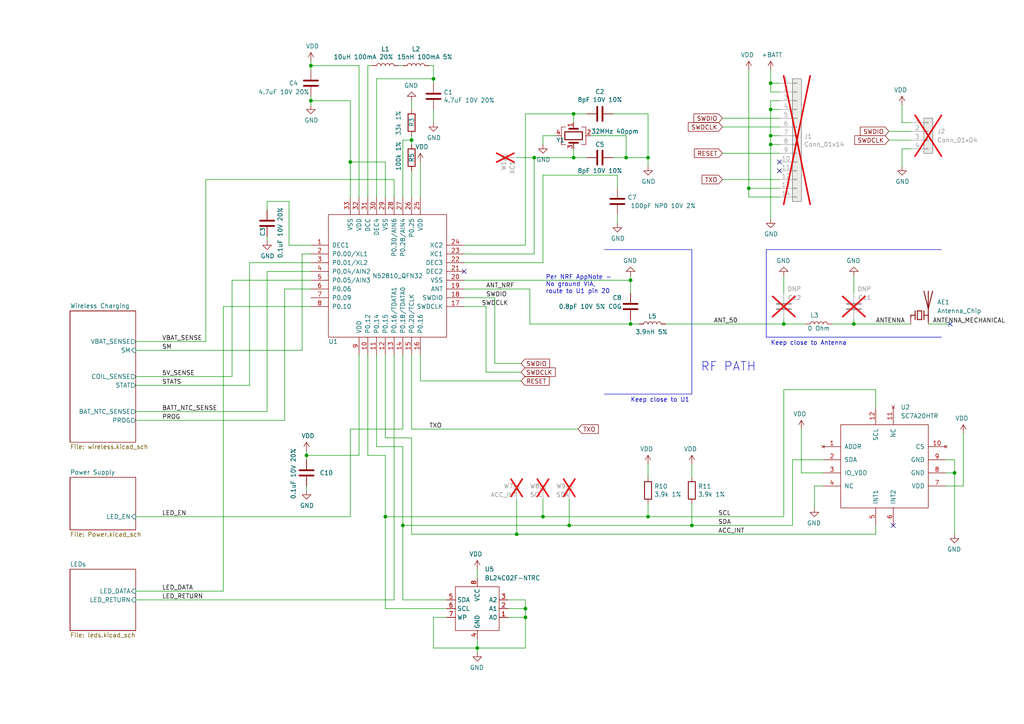
<source format=kicad_sch>
(kicad_sch (version 20250114) (generator "eeschema") (generator_version "9.0")
  (paper "A4")
  (title_block (title "Pixels D20 Schematic, Main") (date "2022-08-26") (rev "13") (company "Systemic Games, LLC") (comment 1 "Main MCU, Accelerometer and Radio"))
  (lib_symbols
    (symbol "Connector_Generic:Conn_01x04" (pin_names (offset 1.016) (hide yes))
      (property "Reference" "J" (at 0 5.08 0))
      (property "Value" "Conn_01x04" (at 0 -7.62 0))
      (symbol "Conn_01x04_1_1"
        (rectangle (start -1.27 3.81) (end 1.27 -6.35) (stroke (width 0.254)) (fill (type background)))
        (rectangle (start -1.27 2.667) (end 0 2.413) (stroke (width 0.1524)))
        (rectangle (start -1.27 0.127) (end 0 -0.127) (stroke (width 0.1524)))
        (rectangle (start -1.27 -2.413) (end 0 -2.667) (stroke (width 0.1524)))
        (rectangle (start -1.27 -4.953) (end 0 -5.207) (stroke (width 0.1524)))
        (pin passive line (at -5.08 2.54 0) (length 3.81) (name "Pin_1") (number "1"))
        (pin passive line (at -5.08 0 0) (length 3.81) (name "Pin_2") (number "2"))
        (pin passive line (at -5.08 -2.54 0) (length 3.81) (name "Pin_3") (number "3"))
        (pin passive line (at -5.08 -5.08 0) (length 3.81) (name "Pin_4") (number "4"))
      )
    )
    (symbol "Connector_Generic:Conn_01x14" (pin_names (offset 1.016) (hide yes))
      (property "Reference" "J" (at 0 17.78 0))
      (property "Value" "Conn_01x14" (at 0 -20.32 0))
      (symbol "Conn_01x14_1_1"
        (rectangle (start -1.27 16.51) (end 1.27 -19.05) (stroke (width 0.254)) (fill (type background)))
        (rectangle (start -1.27 15.367) (end 0 15.113) (stroke (width 0.1524)))
        (rectangle (start -1.27 12.827) (end 0 12.573) (stroke (width 0.1524)))
        (rectangle (start -1.27 10.287) (end 0 10.033) (stroke (width 0.1524)))
        (rectangle (start -1.27 7.747) (end 0 7.493) (stroke (width 0.1524)))
        (rectangle (start -1.27 5.207) (end 0 4.953) (stroke (width 0.1524)))
        (rectangle (start -1.27 2.667) (end 0 2.413) (stroke (width 0.1524)))
        (rectangle (start -1.27 0.127) (end 0 -0.127) (stroke (width 0.1524)))
        (rectangle (start -1.27 -2.413) (end 0 -2.667) (stroke (width 0.1524)))
        (rectangle (start -1.27 -4.953) (end 0 -5.207) (stroke (width 0.1524)))
        (rectangle (start -1.27 -7.493) (end 0 -7.747) (stroke (width 0.1524)))
        (rectangle (start -1.27 -10.033) (end 0 -10.287) (stroke (width 0.1524)))
        (rectangle (start -1.27 -12.573) (end 0 -12.827) (stroke (width 0.1524)))
        (rectangle (start -1.27 -15.113) (end 0 -15.367) (stroke (width 0.1524)))
        (rectangle (start -1.27 -17.653) (end 0 -17.907) (stroke (width 0.1524)))
        (pin passive line (at -5.08 15.24 0) (length 3.81) (name "Pin_1") (number "1"))
        (pin passive line (at -5.08 12.7 0) (length 3.81) (name "Pin_2") (number "2"))
        (pin passive line (at -5.08 10.16 0) (length 3.81) (name "Pin_3") (number "3"))
        (pin passive line (at -5.08 7.62 0) (length 3.81) (name "Pin_4") (number "4"))
        (pin passive line (at -5.08 5.08 0) (length 3.81) (name "Pin_5") (number "5"))
        (pin passive line (at -5.08 2.54 0) (length 3.81) (name "Pin_6") (number "6"))
        (pin passive line (at -5.08 0 0) (length 3.81) (name "Pin_7") (number "7"))
        (pin passive line (at -5.08 -2.54 0) (length 3.81) (name "Pin_8") (number "8"))
        (pin passive line (at -5.08 -5.08 0) (length 3.81) (name "Pin_9") (number "9"))
        (pin passive line (at -5.08 -7.62 0) (length 3.81) (name "Pin_10") (number "10"))
        (pin passive line (at -5.08 -10.16 0) (length 3.81) (name "Pin_11") (number "11"))
        (pin passive line (at -5.08 -12.7 0) (length 3.81) (name "Pin_12") (number "12"))
        (pin passive line (at -5.08 -15.24 0) (length 3.81) (name "Pin_13") (number "13"))
        (pin passive line (at -5.08 -17.78 0) (length 3.81) (name "Pin_14") (number "14"))
      )
    )
    (symbol "Device:Antenna_Chip" (pin_numbers (hide yes)) (pin_names (offset 1.016) (hide yes))
      (property "Reference" "AE" (at 0 5.08 0))
      (property "Value" "Antenna_Chip" (at 0 3.175 0))
      (symbol "Antenna_Chip_0_1"
        (polyline (pts (xy -2.54 0) (xy -2.54 -0.635)) (stroke (width 0.254)))
        (polyline (pts (xy -2.54 0) (xy -1.27 0)) (stroke (width 0.254)))
        (polyline (pts (xy -1.27 1.27) (xy -1.27 -1.27) (xy -1.27 0)) (stroke (width 0.254)))
        (polyline (pts (xy -0.635 1.27) (xy 0.635 1.27) (xy 0.635 -1.27) (xy -0.635 -1.27) (xy -0.635 1.27)) (stroke (width 0.254)))
        (polyline (pts (xy 1.27 1.27) (xy 1.27 -1.27)) (stroke (width 0.254)))
        (polyline (pts (xy 1.27 0) (xy 2.54 0)) (stroke (width 0.254)))
        (polyline (pts (xy 2.54 6.985) (xy 2.54 -1.905)) (stroke (width 0.254)))
        (polyline (pts (xy 2.54 -0.635) (xy 2.54 0)))
        (polyline (pts (xy 3.81 6.985) (xy 2.54 1.905) (xy 1.27 6.985)) (stroke (width 0.254)))
      )
      (symbol "Antenna_Chip_1_1"
        (pin input line (at -2.54 -2.54 90) (length 2.54) (name "FEED") (number "1"))
        (pin passive line (at 2.54 -2.54 90) (length 2.54) (name "PCB_Trace") (number "2"))
      )
    )
    (symbol "Device:C" (pin_numbers (hide yes)) (pin_names (offset 0.254))
      (property "Reference" "C" (at 0.635 2.54 0))
      (property "Value" "C" (at 0.635 -2.54 0))
      (symbol "C_0_1"
        (polyline (pts (xy -2.032 0.762) (xy 2.032 0.762)) (stroke (width 0.508)))
        (polyline (pts (xy -2.032 -0.762) (xy 2.032 -0.762)) (stroke (width 0.508)))
      )
      (symbol "C_1_1"
        (pin passive line (at 0 3.81 270) (length 2.794) (name "~") (number "1"))
        (pin passive line (at 0 -3.81 90) (length 2.794) (name "~") (number "2"))
      )
    )
    (symbol "Device:Crystal_GND24" (pin_names (offset 1.016) (hide yes))
      (property "Reference" "Y" (at 3.175 5.08 0))
      (property "Value" "Crystal_GND24" (at 3.175 3.175 0))
      (symbol "Crystal_GND24_0_1"
        (polyline (pts (xy -2.54 2.286) (xy -2.54 3.556) (xy 2.54 3.556) (xy 2.54 2.286)))
        (polyline (pts (xy -2.54 0) (xy -2.032 0)))
        (polyline (pts (xy -2.54 -2.286) (xy -2.54 -3.556) (xy 2.54 -3.556) (xy 2.54 -2.286)))
        (polyline (pts (xy -2.032 -1.27) (xy -2.032 1.27)) (stroke (width 0.508)))
        (rectangle (start -1.143 2.54) (end 1.143 -2.54) (stroke (width 0.3048)))
        (polyline (pts (xy 0 3.556) (xy 0 3.81)))
        (polyline (pts (xy 0 -3.81) (xy 0 -3.556)))
        (polyline (pts (xy 2.032 0) (xy 2.54 0)))
        (polyline (pts (xy 2.032 -1.27) (xy 2.032 1.27)) (stroke (width 0.508)))
      )
      (symbol "Crystal_GND24_1_1"
        (pin passive line (at -3.81 0 0) (length 1.27) (name "1") (number "1"))
        (pin passive line (at 0 5.08 270) (length 1.27) (name "2") (number "2"))
        (pin passive line (at 0 -5.08 90) (length 1.27) (name "4") (number "4"))
        (pin passive line (at 3.81 0 180) (length 1.27) (name "3") (number "3"))
      )
    )
    (symbol "Device:L" (pin_numbers (hide yes)) (pin_names (offset 1.016) (hide yes))
      (property "Reference" "L" (at -1.27 0 90))
      (property "Value" "L" (at 1.905 0 90))
      (symbol "L_0_1"
        (arc (start 0 2.54) (mid 0.6323 1.905) (end 0 1.27))
        (arc (start 0 1.27) (mid 0.6323 0.635) (end 0 0))
        (arc (start 0 0) (mid 0.6323 -0.635) (end 0 -1.27))
        (arc (start 0 -1.27) (mid 0.6323 -1.905) (end 0 -2.54))
      )
      (symbol "L_1_1"
        (pin passive line (at 0 3.81 270) (length 1.27) (name "1") (number "1"))
        (pin passive line (at 0 -3.81 90) (length 1.27) (name "2") (number "2"))
      )
    )
    (symbol "Device:R" (pin_numbers (hide yes)) (pin_names (offset 0))
      (property "Reference" "R" (at 2.032 0 90))
      (property "Value" "R" (at 0 0 90))
      (symbol "R_0_1"
        (rectangle (start -1.016 -2.54) (end 1.016 2.54) (stroke (width 0.254)))
      )
      (symbol "R_1_1"
        (pin passive line (at 0 3.81 270) (length 1.27) (name "~") (number "1"))
        (pin passive line (at 0 -3.81 90) (length 1.27) (name "~") (number "2"))
      )
    )
    (symbol "Pixels-dice:BL24C02F-NTRC"
      (property "Reference" "U" (at 2.286 -11.176 0))
      (property "Value" "BL24C02F-NTRC" (at 9.398 -9.144 0))
      (symbol "BL24C02F-NTRC_0_1"
        (rectangle (start -6.35 6.35) (end 6.35 -6.35))
      )
      (symbol "BL24C02F-NTRC_1_1"
        (pin bidirectional line (at -8.89 2.54 0) (length 2.54) (name "SDA") (number "5"))
        (pin input line (at -8.89 0 0) (length 2.54) (name "SCL") (number "6"))
        (pin input line (at -8.89 -2.54 0) (length 2.54) (name "WP") (number "7"))
        (pin power_in line (at 0 8.89 270) (length 2.54) (name "VCC") (number "8"))
        (pin power_in line (at 0 -8.89 90) (length 2.54) (name "GND") (number "4"))
        (pin input line (at 8.89 2.54 180) (length 2.54) (name "A2") (number "3"))
        (pin input line (at 8.89 0 180) (length 2.54) (name "A1") (number "2"))
        (pin input line (at 8.89 -2.54 180) (length 2.54) (name "A0") (number "1"))
      )
    )
    (symbol "Pixels-dice:N52810_QFN32" (pin_names (offset 1.016))
      (property "Reference" "U" (at 13.97 -19.05 0))
      (property "Value" "N52810_QFN32" (at 2.54 0 0))
      (symbol "N52810_QFN32_0_1"
        (rectangle (start -17.78 17.78) (end 16.51 -17.78))
      )
      (symbol "N52810_QFN32_1_1"
        (pin power_out line (at -22.86 8.89 0) (length 5.08) (name "DEC1") (number "1"))
        (pin bidirectional line (at -22.86 6.35 0) (length 5.08) (name "P0.00/XL1") (number "2"))
        (pin bidirectional line (at -22.86 3.81 0) (length 5.08) (name "P0.01/XL2") (number "3"))
        (pin bidirectional line (at -22.86 1.27 0) (length 5.08) (name "P0.04/AIN2") (number "4"))
        (pin bidirectional line (at -22.86 -1.27 0) (length 5.08) (name "P0.05/AIN3") (number "5"))
        (pin bidirectional line (at -22.86 -3.81 0) (length 5.08) (name "P0.06") (number "6"))
        (pin bidirectional line (at -22.86 -6.35 0) (length 5.08) (name "P0.09") (number "7"))
        (pin bidirectional line (at -22.86 -8.89 0) (length 5.08) (name "P0.10") (number "8"))
        (pin power_in line (at -11.43 22.86 270) (length 5.08) (name "VSS") (number "33"))
        (pin power_in line (at -8.89 22.86 270) (length 5.08) (name "VDD") (number "32"))
        (pin power_in line (at -8.89 -22.86 90) (length 5.08) (name "VDD") (number "9"))
        (pin output line (at -6.35 22.86 270) (length 5.08) (name "DCC") (number "31"))
        (pin bidirectional line (at -6.35 -22.86 90) (length 5.08) (name "P0.12") (number "10"))
        (pin output line (at -3.81 22.86 270) (length 5.08) (name "DEC4") (number "30"))
        (pin bidirectional line (at -3.81 -22.86 90) (length 5.08) (name "P0.14") (number "11"))
        (pin power_in line (at -1.27 22.86 270) (length 5.08) (name "VSS") (number "29"))
        (pin bidirectional line (at -1.27 -22.86 90) (length 5.08) (name "P0.15") (number "12"))
        (pin bidirectional line (at 1.27 22.86 270) (length 5.08) (name "P0.30/AIN6") (number "28"))
        (pin bidirectional line (at 1.27 -22.86 90) (length 5.08) (name "P0.16/TDATA1") (number "13"))
        (pin bidirectional line (at 3.81 22.86 270) (length 5.08) (name "P0.28/AIN4") (number "27"))
        (pin bidirectional line (at 3.81 -22.86 90) (length 5.08) (name "P0.18/TDATA0") (number "14"))
        (pin bidirectional line (at 6.35 22.86 270) (length 5.08) (name "P0.25") (number "26"))
        (pin bidirectional line (at 6.35 -22.86 90) (length 5.08) (name "P0.20/TCLK") (number "15"))
        (pin power_in line (at 8.89 22.86 270) (length 5.08) (name "VDD") (number "25"))
        (pin bidirectional line (at 8.89 -22.86 90) (length 5.08) (name "P0.16") (number "16"))
        (pin input line (at 21.59 8.89 180) (length 5.08) (name "XC2") (number "24"))
        (pin output line (at 21.59 6.35 180) (length 5.08) (name "XC1") (number "23"))
        (pin output line (at 21.59 3.81 180) (length 5.08) (name "DEC3") (number "22"))
        (pin output line (at 21.59 1.27 180) (length 5.08) (name "DEC2") (number "21"))
        (pin output line (at 21.59 -1.27 180) (length 5.08) (name "VSS") (number "20"))
        (pin output line (at 21.59 -3.81 180) (length 5.08) (name "ANT") (number "19"))
        (pin bidirectional line (at 21.59 -6.35 180) (length 5.08) (name "SWDIO") (number "18"))
        (pin bidirectional line (at 21.59 -8.89 180) (length 5.08) (name "SWDCLK") (number "17"))
      )
    )
    (symbol "Pixels-dice:SC7A20HTR" (pin_names (offset 1.016))
      (property "Reference" "U" (at 10.16 -12.7 0))
      (property "Value" "SC7A20HTR" (at 8.89 13.97 0))
      (symbol "SC7A20HTR_0_1"
        (rectangle (start -12.7 12.7) (end 12.7 -11.43))
      )
      (symbol "SC7A20HTR_1_1"
        (pin no_connect line (at -17.78 6.35 0) (length 5.08) (name "ADDR") (number "1"))
        (pin bidirectional line (at -17.78 2.54 0) (length 5.08) (name "SDA") (number "2"))
        (pin power_in line (at -17.78 -1.27 0) (length 5.08) (name "IO_VDD") (number "3"))
        (pin input line (at -17.78 -5.08 0) (length 5.08) (name "NC") (number "4"))
        (pin input line (at -2.54 17.78 270) (length 5.08) (name "SCL") (number "12"))
        (pin output line (at -2.54 -16.51 90) (length 5.08) (name "INT1") (number "5"))
        (pin no_connect line (at 2.54 17.78 270) (length 5.08) (name "NC") (number "11"))
        (pin output line (at 2.54 -16.51 90) (length 5.08) (name "INT2") (number "6"))
        (pin no_connect line (at 17.78 6.35 180) (length 5.08) (name "CS") (number "10"))
        (pin power_in line (at 17.78 2.54 180) (length 5.08) (name "GND") (number "9"))
        (pin power_in line (at 17.78 -1.27 180) (length 5.08) (name "GND") (number "8"))
        (pin power_in line (at 17.78 -5.08 180) (length 5.08) (name "VDD") (number "7"))
      )
    )
    (symbol "Pixels-dice:TEST_1P-conn" (pin_numbers (hide yes)) (pin_names (offset 0.762) (hide yes))
      (property "Reference" "W" (at 0 6.858 0))
      (property "Value" "TEST_1P-conn" (at 0 5.08 0))
      (symbol "TEST_1P-conn_0_1"
        (circle (center 0 3.302) (radius 0.762))
      )
      (symbol "TEST_1P-conn_1_1"
        (pin passive line (at 0 0 90) (length 2.54) (name "1") (number "1"))
      )
    )
    (symbol "power:+BATT" (power) (pin_names (offset 0))
      (property "Value" "+BATT" (at 0 3.556 0))
      (symbol "+BATT_0_1"
        (polyline (pts (xy -0.762 1.27) (xy 0 2.54)))
        (polyline (pts (xy 0 2.54) (xy 0.762 1.27)))
        (polyline (pts (xy 0 0) (xy 0 2.54)))
      )
      (symbol "+BATT_1_1"
        (pin power_in line (at 0 0 90) (length 0) (hide yes) (name "+BATT") (number "1"))
      )
    )
    (symbol "power:GND" (power) (pin_names (offset 0))
      (property "Value" "GND" (at 0 -3.81 0))
      (symbol "GND_0_1"
        (polyline (pts (xy 0 0) (xy 0 -1.27) (xy 1.27 -1.27) (xy 0 -2.54) (xy -1.27 -1.27) (xy 0 -1.27)))
      )
      (symbol "GND_1_1"
        (pin power_in line (at 0 0 270) (length 0) (hide yes) (name "GND") (number "1"))
      )
    )
    (symbol "power:VDD" (power) (pin_names (offset 0))
      (property "Value" "VDD" (at 0 3.81 0))
      (symbol "VDD_0_1"
        (polyline (pts (xy -0.762 1.27) (xy 0 2.54)))
        (polyline (pts (xy 0 2.54) (xy 0.762 1.27)))
        (polyline (pts (xy 0 0) (xy 0 2.54)))
      )
      (symbol "VDD_1_1"
        (pin power_in line (at 0 0 90) (length 0) (hide yes) (name "VDD") (number "1"))
      )
    )
  )
  (text "Keep close to Antenna" (at 223.52 100.33 0) (effects (font (size 1.27 1.27)) (justify left bottom)))
  (text "Per NRF AppNote -\nNo ground VIA,\nroute to U1 pin 20" (at 158.242 85.344 0) (effects (font (size 1.27 1.27)) (justify left bottom)))
  (text "RF PATH" (at 203.2 107.95 0) (effects (font (size 2.54 2.54)) (justify left bottom)))
  (text "Keep close to U1" (at 182.88 116.84 0) (effects (font (size 1.27 1.27)) (justify left bottom)))
  (junction (at 217.17 54.61))
  (junction (at 101.6 46.99))
  (junction (at 223.52 39.37))
  (junction (at 138.43 187.96))
  (junction (at 247.65 93.98))
  (junction (at 200.66 152.4))
  (junction (at 125.73 22.86))
  (junction (at 187.96 45.72))
  (junction (at 157.48 149.86))
  (junction (at 223.52 24.13))
  (junction (at 152.4 176.53))
  (junction (at 119.38 40.64))
  (junction (at 165.1 152.4))
  (junction (at 187.96 149.86))
  (junction (at 90.17 29.21))
  (junction (at 111.76 149.86))
  (junction (at 90.17 19.05))
  (junction (at 181.61 45.72))
  (junction (at 152.4 179.07))
  (junction (at 182.88 81.28))
  (junction (at 116.84 152.4))
  (junction (at 166.37 33.02))
  (junction (at 149.86 154.94))
  (junction (at 276.86 137.16))
  (junction (at 223.52 41.91))
  (junction (at 227.33 93.98))
  (junction (at 182.88 93.98))
  (junction (at 154.94 45.72))
  (junction (at 223.52 31.75))
  (junction (at 88.9 132.08))
  (junction (at 166.37 45.72))
  (no_connect (at 275.59 93.98))
  (no_connect (at 226.06 46.99))
  (no_connect (at 259.08 152.4))
  (no_connect (at 226.06 49.53))
  (no_connect (at 134.62 78.74))
  (wire (pts (xy 157.48 149.86) (xy 187.96 149.86)))
  (wire (pts (xy 67.31 81.28) (xy 90.17 81.28)))
  (wire (pts (xy 187.96 146.05) (xy 187.96 149.86)))
  (wire (pts (xy 154.94 73.66) (xy 154.94 45.72)))
  (wire (pts (xy 276.86 137.16) (xy 276.86 154.94)))
  (wire (pts (xy 39.37 173.99) (xy 114.3 173.99)))
  (wire (pts (xy 64.77 88.9) (xy 64.77 171.45)))
  (wire (pts (xy 166.37 45.72) (xy 170.18 45.72)))
  (wire (pts (xy 147.32 179.07) (xy 152.4 179.07)))
  (wire (pts (xy 119.38 127) (xy 111.76 127)))
  (wire (pts (xy 254 113.03) (xy 227.33 113.03)))
  (wire (pts (xy 90.17 17.78) (xy 90.17 19.05)))
  (wire (pts (xy 104.14 19.05) (xy 90.17 19.05)))
  (wire (pts (xy 223.52 29.21) (xy 226.06 29.21)))
  (wire (pts (xy 166.37 35.56) (xy 166.37 33.02)))
  (wire (pts (xy 88.9 132.08) (xy 104.14 132.08)))
  (wire (pts (xy 111.76 149.86) (xy 111.76 132.08)))
  (wire (pts (xy 39.37 109.22) (xy 67.31 109.22)))
  (wire (pts (xy 129.54 179.07) (xy 125.73 179.07)))
  (wire (pts (xy 104.14 102.87) (xy 104.14 132.08)))
  (wire (pts (xy 111.76 132.08) (xy 106.68 132.08)))
  (polyline (pts (xy 175.26 114.3) (xy 200.66 114.3)))
  (wire (pts (xy 39.37 111.76) (xy 72.39 111.76)))
  (wire (pts (xy 121.92 46.99) (xy 121.92 57.15)))
  (wire (pts (xy 227.33 92.71) (xy 227.33 93.98)))
  (wire (pts (xy 119.38 154.94) (xy 149.86 154.94)))
  (wire (pts (xy 125.73 179.07) (xy 125.73 187.96)))
  (wire (pts (xy 39.37 149.86) (xy 101.6 149.86)))
  (wire (pts (xy 109.22 129.54) (xy 109.22 102.87)))
  (wire (pts (xy 257.81 38.1) (xy 264.16 38.1)))
  (wire (pts (xy 119.38 154.94) (xy 119.38 127)))
  (wire (pts (xy 77.47 58.42) (xy 77.47 60.96)))
  (wire (pts (xy 226.06 39.37) (xy 223.52 39.37)))
  (wire (pts (xy 161.29 39.37) (xy 157.48 39.37)))
  (wire (pts (xy 153.67 93.98) (xy 182.88 93.98)))
  (wire (pts (xy 124.46 19.05) (xy 125.73 19.05)))
  (polyline (pts (xy 222.25 72.39) (xy 273.05 72.39)))
  (wire (pts (xy 143.51 86.36) (xy 143.51 105.41)))
  (wire (pts (xy 279.4 140.97) (xy 274.32 140.97)))
  (wire (pts (xy 111.76 46.99) (xy 101.6 46.99)))
  (wire (pts (xy 39.37 171.45) (xy 64.77 171.45)))
  (wire (pts (xy 152.4 187.96) (xy 138.43 187.96)))
  (wire (pts (xy 121.92 110.49) (xy 121.92 102.87)))
  (wire (pts (xy 223.52 24.13) (xy 226.06 24.13)))
  (wire (pts (xy 116.84 124.46) (xy 101.6 124.46)))
  (wire (pts (xy 67.31 81.28) (xy 67.31 109.22)))
  (wire (pts (xy 72.39 76.2) (xy 72.39 111.76)))
  (wire (pts (xy 134.62 73.66) (xy 154.94 73.66)))
  (wire (pts (xy 182.88 93.98) (xy 185.42 93.98)))
  (wire (pts (xy 177.8 45.72) (xy 181.61 45.72)))
  (wire (pts (xy 119.38 29.21) (xy 119.38 31.75)))
  (wire (pts (xy 217.17 54.61) (xy 217.17 57.15)))
  (wire (pts (xy 116.84 102.87) (xy 116.84 124.46)))
  (wire (pts (xy 238.76 137.16) (xy 232.41 137.16)))
  (wire (pts (xy 238.76 133.35) (xy 229.87 133.35)))
  (wire (pts (xy 83.82 58.42) (xy 83.82 71.12)))
  (wire (pts (xy 152.4 71.12) (xy 152.4 33.02)))
  (polyline (pts (xy 175.26 72.39) (xy 200.66 72.39)))
  (wire (pts (xy 254 152.4) (xy 254 154.94)))
  (wire (pts (xy 116.84 129.54) (xy 109.22 129.54)))
  (wire (pts (xy 106.68 19.05) (xy 107.95 19.05)))
  (wire (pts (xy 179.07 62.23) (xy 179.07 64.77)))
  (wire (pts (xy 39.37 101.6) (xy 87.63 101.6)))
  (wire (pts (xy 116.84 57.15) (xy 116.84 40.64)))
  (wire (pts (xy 223.52 20.32) (xy 223.52 24.13)))
  (wire (pts (xy 101.6 57.15) (xy 101.6 46.99)))
  (wire (pts (xy 157.48 39.37) (xy 157.48 41.91)))
  (wire (pts (xy 134.62 71.12) (xy 152.4 71.12)))
  (wire (pts (xy 223.52 31.75) (xy 223.52 39.37)))
  (wire (pts (xy 147.32 176.53) (xy 152.4 176.53)))
  (wire (pts (xy 227.33 80.01) (xy 227.33 85.09)))
  (wire (pts (xy 101.6 29.21) (xy 90.17 29.21)))
  (wire (pts (xy 261.62 35.56) (xy 264.16 35.56)))
  (wire (pts (xy 152.4 33.02) (xy 166.37 33.02)))
  (wire (pts (xy 138.43 165.1) (xy 138.43 167.64)))
  (wire (pts (xy 227.33 113.03) (xy 227.33 149.86)))
  (wire (pts (xy 217.17 57.15) (xy 226.06 57.15)))
  (wire (pts (xy 261.62 43.18) (xy 264.16 43.18)))
  (wire (pts (xy 179.07 50.8) (xy 179.07 54.61)))
  (wire (pts (xy 125.73 31.75) (xy 125.73 35.56)))
  (wire (pts (xy 125.73 22.86) (xy 109.22 22.86)))
  (wire (pts (xy 182.88 92.71) (xy 182.88 93.98)))
  (wire (pts (xy 114.3 102.87) (xy 114.3 173.99)))
  (wire (pts (xy 90.17 27.94) (xy 90.17 29.21)))
  (wire (pts (xy 217.17 20.32) (xy 217.17 54.61)))
  (wire (pts (xy 261.62 43.18) (xy 261.62 48.26)))
  (wire (pts (xy 236.22 140.97) (xy 236.22 147.32)))
  (wire (pts (xy 232.41 124.46) (xy 232.41 137.16)))
  (wire (pts (xy 179.07 50.8) (xy 157.48 50.8)))
  (wire (pts (xy 177.8 33.02) (xy 187.96 33.02)))
  (wire (pts (xy 59.69 52.07) (xy 59.69 99.06)))
  (wire (pts (xy 153.67 83.82) (xy 153.67 93.98)))
  (wire (pts (xy 241.3 93.98) (xy 247.65 93.98)))
  (wire (pts (xy 209.55 36.83) (xy 226.06 36.83)))
  (wire (pts (xy 119.38 124.46) (xy 167.64 124.46)))
  (wire (pts (xy 82.55 83.82) (xy 82.55 121.92)))
  (wire (pts (xy 226.06 54.61) (xy 217.17 54.61)))
  (wire (pts (xy 101.6 46.99) (xy 101.6 29.21)))
  (wire (pts (xy 116.84 152.4) (xy 116.84 129.54)))
  (wire (pts (xy 64.77 88.9) (xy 90.17 88.9)))
  (wire (pts (xy 101.6 124.46) (xy 101.6 149.86)))
  (wire (pts (xy 129.54 176.53) (xy 111.76 176.53)))
  (wire (pts (xy 279.4 125.73) (xy 279.4 140.97)))
  (wire (pts (xy 200.66 146.05) (xy 200.66 152.4)))
  (wire (pts (xy 166.37 43.18) (xy 166.37 45.72)))
  (wire (pts (xy 171.45 39.37) (xy 181.61 39.37)))
  (wire (pts (xy 149.86 154.94) (xy 254 154.94)))
  (wire (pts (xy 116.84 173.99) (xy 129.54 173.99)))
  (wire (pts (xy 247.65 80.01) (xy 247.65 85.09)))
  (wire (pts (xy 157.48 144.78) (xy 157.48 149.86)))
  (wire (pts (xy 121.92 110.49) (xy 151.13 110.49)))
  (wire (pts (xy 111.76 149.86) (xy 157.48 149.86)))
  (wire (pts (xy 181.61 39.37) (xy 181.61 45.72)))
  (wire (pts (xy 134.62 88.9) (xy 140.97 88.9)))
  (wire (pts (xy 143.51 105.41) (xy 151.13 105.41)))
  (wire (pts (xy 119.38 49.53) (xy 119.38 57.15)))
  (wire (pts (xy 223.52 29.21) (xy 223.52 31.75)))
  (wire (pts (xy 187.96 149.86) (xy 227.33 149.86)))
  (wire (pts (xy 152.4 179.07) (xy 152.4 187.96)))
  (wire (pts (xy 276.86 133.35) (xy 276.86 137.16)))
  (wire (pts (xy 223.52 41.91) (xy 223.52 63.5)))
  (wire (pts (xy 119.38 102.87) (xy 119.38 124.46)))
  (wire (pts (xy 209.55 52.07) (xy 226.06 52.07)))
  (wire (pts (xy 87.63 73.66) (xy 87.63 101.6)))
  (wire (pts (xy 134.62 76.2) (xy 157.48 76.2)))
  (wire (pts (xy 152.4 176.53) (xy 152.4 179.07)))
  (wire (pts (xy 200.66 134.62) (xy 200.66 138.43)))
  (wire (pts (xy 125.73 187.96) (xy 138.43 187.96)))
  (wire (pts (xy 90.17 76.2) (xy 72.39 76.2)))
  (wire (pts (xy 111.76 127) (xy 111.76 102.87)))
  (wire (pts (xy 39.37 119.38) (xy 77.47 119.38)))
  (wire (pts (xy 39.37 121.92) (xy 82.55 121.92)))
  (wire (pts (xy 114.3 57.15) (xy 114.3 52.07)))
  (wire (pts (xy 227.33 93.98) (xy 233.68 93.98)))
  (wire (pts (xy 88.9 140.97) (xy 88.9 142.24)))
  (wire (pts (xy 116.84 40.64) (xy 119.38 40.64)))
  (wire (pts (xy 166.37 33.02) (xy 170.18 33.02)))
  (wire (pts (xy 138.43 187.96) (xy 138.43 189.23)))
  (wire (pts (xy 247.65 93.98) (xy 264.16 93.98)))
  (wire (pts (xy 209.55 44.45) (xy 226.06 44.45)))
  (wire (pts (xy 247.65 92.71) (xy 247.65 93.98)))
  (wire (pts (xy 90.17 29.21) (xy 90.17 30.48)))
  (wire (pts (xy 223.52 26.67) (xy 226.06 26.67)))
  (wire (pts (xy 238.76 140.97) (xy 236.22 140.97)))
  (wire (pts (xy 187.96 33.02) (xy 187.96 45.72)))
  (wire (pts (xy 254 118.11) (xy 254 113.03)))
  (wire (pts (xy 140.97 107.95) (xy 151.13 107.95)))
  (wire (pts (xy 229.87 133.35) (xy 229.87 152.4)))
  (wire (pts (xy 125.73 22.86) (xy 125.73 24.13)))
  (wire (pts (xy 59.69 52.07) (xy 114.3 52.07)))
  (wire (pts (xy 88.9 132.08) (xy 88.9 130.81)))
  (wire (pts (xy 274.32 137.16) (xy 276.86 137.16)))
  (wire (pts (xy 90.17 19.05) (xy 90.17 20.32)))
  (wire (pts (xy 39.37 99.06) (xy 59.69 99.06)))
  (wire (pts (xy 154.94 45.72) (xy 166.37 45.72)))
  (wire (pts (xy 134.62 83.82) (xy 153.67 83.82)))
  (polyline (pts (xy 222.25 97.79) (xy 273.05 97.79)))
  (wire (pts (xy 269.24 93.98) (xy 275.59 93.98)))
  (wire (pts (xy 125.73 19.05) (xy 125.73 22.86)))
  (wire (pts (xy 106.68 132.08) (xy 106.68 102.87)))
  (wire (pts (xy 119.38 39.37) (xy 119.38 40.64)))
  (wire (pts (xy 119.38 40.64) (xy 119.38 41.91)))
  (wire (pts (xy 134.62 81.28) (xy 182.88 81.28)))
  (wire (pts (xy 140.97 88.9) (xy 140.97 107.95)))
  (wire (pts (xy 226.06 41.91) (xy 223.52 41.91)))
  (wire (pts (xy 200.66 152.4) (xy 229.87 152.4)))
  (wire (pts (xy 88.9 132.08) (xy 88.9 133.35)))
  (wire (pts (xy 187.96 134.62) (xy 187.96 138.43)))
  (wire (pts (xy 209.55 34.29) (xy 226.06 34.29)))
  (wire (pts (xy 157.48 50.8) (xy 157.48 76.2)))
  (wire (pts (xy 226.06 31.75) (xy 223.52 31.75)))
  (wire (pts (xy 83.82 58.42) (xy 77.47 58.42)))
  (wire (pts (xy 115.57 19.05) (xy 116.84 19.05)))
  (wire (pts (xy 223.52 39.37) (xy 223.52 41.91)))
  (wire (pts (xy 181.61 45.72) (xy 187.96 45.72)))
  (wire (pts (xy 111.76 149.86) (xy 111.76 176.53)))
  (polyline (pts (xy 200.66 72.39) (xy 200.66 114.3)))
  (wire (pts (xy 77.47 68.58) (xy 77.47 69.85)))
  (wire (pts (xy 261.62 30.48) (xy 261.62 35.56)))
  (wire (pts (xy 147.32 173.99) (xy 152.4 173.99)))
  (wire (pts (xy 116.84 152.4) (xy 116.84 173.99)))
  (wire (pts (xy 138.43 185.42) (xy 138.43 187.96)))
  (wire (pts (xy 116.84 152.4) (xy 165.1 152.4)))
  (wire (pts (xy 106.68 19.05) (xy 106.68 57.15)))
  (wire (pts (xy 77.47 78.74) (xy 90.17 78.74)))
  (wire (pts (xy 134.62 86.36) (xy 143.51 86.36)))
  (wire (pts (xy 182.88 81.28) (xy 182.88 85.09)))
  (wire (pts (xy 165.1 144.78) (xy 165.1 152.4)))
  (wire (pts (xy 149.86 144.78) (xy 149.86 154.94)))
  (wire (pts (xy 109.22 22.86) (xy 109.22 57.15)))
  (wire (pts (xy 111.76 57.15) (xy 111.76 46.99)))
  (wire (pts (xy 90.17 83.82) (xy 82.55 83.82)))
  (wire (pts (xy 274.32 133.35) (xy 276.86 133.35)))
  (wire (pts (xy 187.96 45.72) (xy 187.96 48.26)))
  (polyline (pts (xy 222.25 72.39) (xy 222.25 97.79)))
  (wire (pts (xy 77.47 78.74) (xy 77.47 119.38)))
  (wire (pts (xy 152.4 173.99) (xy 152.4 176.53)))
  (wire (pts (xy 90.17 73.66) (xy 87.63 73.66)))
  (wire (pts (xy 165.1 152.4) (xy 200.66 152.4)))
  (wire (pts (xy 104.14 19.05) (xy 104.14 57.15)))
  (wire (pts (xy 90.17 71.12) (xy 83.82 71.12)))
  (wire (pts (xy 223.52 24.13) (xy 223.52 26.67)))
  (wire (pts (xy 149.86 45.72) (xy 154.94 45.72)))
  (wire (pts (xy 182.88 80.01) (xy 182.88 81.28)))
  (wire (pts (xy 257.81 40.64) (xy 264.16 40.64)))
  (wire (pts (xy 193.04 93.98) (xy 227.33 93.98)))
  (label "ANTENNA_MECHANICAL" (at 270.51 93.98 0))
  (label "SM" (at 46.99 101.6 0))
  (label "ACC_INT" (at 208.28 154.94 0))
  (label "VBAT_SENSE" (at 46.99 99.06 0))
  (label "SWDIO" (at 140.97 86.36 0))
  (label "5V_SENSE" (at 46.99 109.22 0))
  (label "ANT_50" (at 207.01 93.98 0))
  (label "ANT_NRF" (at 140.97 83.82 0))
  (label "ANTENNA" (at 254 93.98 0))
  (label "SWDCLK" (at 139.7 88.9 0))
  (label "PROG" (at 46.99 121.92 0))
  (label "SDA" (at 208.28 152.4 0))
  (label "STATS" (at 46.99 111.76 0))
  (label "TXO" (at 124.46 124.46 0))
  (label "BATT_NTC_SENSE" (at 46.99 119.38 0))
  (label "LED_EN" (at 46.99 149.86 0))
  (label "LED_RETURN" (at 46.99 173.99 0))
  (label "LED_DATA" (at 46.99 171.45 0))
  (label "SCL" (at 208.28 149.86 0))
  (global_label "TXO" (shape input) (at 167.64 124.46 0) (property "Intersheetrefs" "${INTERSHEET_REFS}" (effects (hide yes))))
  (global_label "SWDCLK" (shape input) (at 209.55 36.83 180) (property "Intersheetrefs" "${INTERSHEET_REFS}" (effects (hide yes))))
  (global_label "SWDIO" (shape input) (at 209.55 34.29 180) (property "Intersheetrefs" "${INTERSHEET_REFS}" (effects (hide yes))))
  (global_label "RESET" (shape input) (at 151.13 110.49 0) (property "Intersheetrefs" "${INTERSHEET_REFS}" (effects (hide yes))))
  (global_label "RESET" (shape input) (at 209.55 44.45 180) (property "Intersheetrefs" "${INTERSHEET_REFS}" (effects (hide yes))))
  (global_label "SWDIO" (shape input) (at 257.81 38.1 180) (property "Intersheetrefs" "${INTERSHEET_REFS}" (effects (hide yes))))
  (global_label "TXO" (shape input) (at 209.55 52.07 180) (property "Intersheetrefs" "${INTERSHEET_REFS}" (effects (hide yes))))
  (global_label "SWDCLK" (shape input) (at 257.81 40.64 180) (property "Intersheetrefs" "${INTERSHEET_REFS}" (effects (hide yes))))
  (global_label "SWDIO" (shape input) (at 151.13 105.41 0) (property "Intersheetrefs" "${INTERSHEET_REFS}" (effects (hide yes))))
  (global_label "SWDCLK" (shape input) (at 151.13 107.95 0) (property "Intersheetrefs" "${INTERSHEET_REFS}" (effects (hide yes))))
  (symbol (lib_id "power:GND") (at 88.9 142.24 0) (unit 1)
    (property "Reference" "#PWR016" (effects (hide yes)))
    (property "Value" "GND" (at 89.027 146.6342 0))
  )
  (symbol (lib_id "power:VDD") (at 88.9 130.81 0) (unit 1)
    (property "Reference" "#PWR014" (effects (hide yes)))
    (property "Value" "VDD" (at 89.3318 126.4158 0))
  )
  (symbol (lib_id "Device:C") (at 88.9 137.16 0) (unit 1)
    (property "Reference" "C10" (at 92.71 137.16 0) (effects (justify left)))
    (property "Value" "0.1uF 10V 20%" (at 85.09 144.78 90) (effects (justify left)))
    (property "Footprint" "Capacitor_SMD:C_0201_0603Metric" (effects (hide yes)))
    (property "Generic OK" "YES" (effects (hide yes)))
    (property "Manufacturer" "HRE" (effects (hide yes)))
    (property "Part Number" "CGA0201X5R104K100ET" (effects (hide yes)))
    (property "LCSC Part #" "C6119757" (effects (hide yes)))
  )
  (symbol (lib_id "power:GND") (at 90.17 30.48 0) (unit 1)
    (property "Reference" "#PWR08" (effects (hide yes)))
    (property "Value" "GND" (at 90.297 34.8742 0))
  )
  (symbol (lib_id "power:VDD") (at 90.17 17.78 0) (unit 1)
    (property "Reference" "#PWR01" (effects (hide yes)))
    (property "Value" "VDD" (at 90.6018 13.3858 0))
  )
  (symbol (lib_id "Device:C") (at 90.17 24.13 0) (unit 1)
    (property "Reference" "C4" (at 83.82 24.13 0) (effects (justify left)))
    (property "Value" "4.7uF 10V 20%" (at 74.93 26.67 0) (effects (justify left)))
    (property "Footprint" "Pixels-dice:C_0402_1005Metric" (effects (hide yes)))
    (property "Generic OK" "YES" (effects (hide yes)))
    (property "Manufacturer" "HRE" (effects (hide yes)))
    (property "Part Number" "CGA0402X5R475M100GT" (effects (hide yes)))
    (property "Alternate Manufacturer" "Samsung Electro-Mechanics" (effects (hide yes)))
    (property "Alternate PN" "CL05A475MP5NRNC" (effects (hide yes)))
    (property "Alternate LCSC Part #" "C23733" (effects (hide yes)))
  )
  (symbol (lib_id "power:GND") (at 77.47 69.85 0) (unit 1)
    (property "Reference" "#PWR05" (effects (hide yes)))
    (property "Value" "GND" (at 77.597 74.2442 0))
  )
  (symbol (lib_id "Device:C") (at 77.47 64.77 0) (unit 1)
    (property "Reference" "C3" (at 76.2 68.58 90) (effects (justify left)))
    (property "Value" "0.1uF 10V 20%" (at 81.28 74.93 90) (effects (justify left)))
    (property "Footprint" "Capacitor_SMD:C_0201_0603Metric" (effects (hide yes)))
    (property "Generic OK" "YES" (effects (hide yes)))
    (property "Manufacturer" "HRE" (effects (hide yes)))
    (property "Part Number" "CGA0201X5R104K100ET" (effects (hide yes)))
    (property "LCSC Part #" "C6119757" (effects (hide yes)))
  )
  (symbol (lib_id "Device:L") (at 111.76 19.05 90) (unit 1)
    (property "Reference" "L1" (at 111.76 14.224 90))
    (property "Value" "10uH 100mA 20%" (at 105.41 16.51 90))
    (property "Footprint" "Inductor_SMD:L_0603_1608Metric" (effects (hide yes)))
    (property "Generic OK" "YES" (effects (hide yes)))
    (property "Manufacturer" "FH" (effects (hide yes)))
    (property "Part Number" "CMI160808J100KT" (effects (hide yes)))
    (property "LCSC Part #" "C411908" (effects (hide yes)))
  )
  (symbol (lib_id "Device:L") (at 120.65 19.05 90) (unit 1)
    (property "Reference" "L2" (at 120.65 14.224 90))
    (property "Value" "15nH 100mA 5%" (at 123.19 16.51 90))
    (property "Footprint" "Inductor_SMD:L_0201_0603Metric" (effects (hide yes)))
    (property "Generic OK" "YES" (effects (hide yes)))
    (property "Manufacturer" "FH" (effects (hide yes)))
    (property "Part Number" "VHF060303HQ15NKT" (effects (hide yes)))
    (property "LCSC Part #" "C381880" (effects (hide yes)))
  )
  (symbol (lib_id "Device:C") (at 125.73 27.94 0) (unit 1)
    (property "Reference" "C1" (at 128.651 26.7716 0) (effects (justify left)))
    (property "Value" "4.7uF 10V 20%" (at 128.651 29.083 0) (effects (justify left)))
    (property "Footprint" "Pixels-dice:C_0402_1005Metric" (effects (hide yes)))
    (property "Generic OK" "YES" (effects (hide yes)))
    (property "Manufacturer" "HRE" (effects (hide yes)))
    (property "Part Number" "CGA0402X5R475M100GT" (effects (hide yes)))
    (property "Alternate Manufacturer" "Samsung Electro-Mechanics" (effects (hide yes)))
    (property "Alternate PN" "CL05A475MP5NRNC" (effects (hide yes)))
    (property "Alternate LCSC Part #" "C23733" (effects (hide yes)))
  )
  (symbol (lib_id "power:GND") (at 125.73 35.56 0) (unit 1)
    (property "Reference" "#PWR03" (effects (hide yes)))
    (property "Value" "GND" (at 125.857 39.9542 0))
  )
  (symbol (lib_id "Device:Crystal_GND24") (at 166.37 39.37 270) (unit 1)
    (property "Reference" "Y1" (at 161.29 40.64 90) (effects (justify left)))
    (property "Value" "32MHz 40ppm" (at 171.45 38.1 90) (effects (justify left)))
    (property "Footprint" "Pixels-dice:Crystal_SMD_2016-4Pin_2.0x1.6mm" (effects (hide yes)))
    (property "Generic OK" "YES" (effects (hide yes)))
    (property "Manufacturer" "TOGNJING" (effects (hide yes)))
    (property "Part Number" "XTM20032000DT00351001" (effects (hide yes)))
    (property "Alternate Manufacturer" "TXC Corp" (effects (hide yes)))
    (property "Alternate PN" "8Q32000002" (effects (hide yes)))
    (property "Alternate LCSC Part #" "C5203640" (effects (hide yes)))
    (property "LCSC Part #" "C20623629" (effects (hide yes)))
  )
  (symbol (lib_id "Device:C") (at 173.99 33.02 270) (unit 1)
    (property "Reference" "C2" (at 173.99 26.6192 90))
    (property "Value" "8pF 10V 10%" (at 173.99 28.9306 90))
    (property "Footprint" "Capacitor_SMD:C_0201_0603Metric" (effects (hide yes)))
    (property "Generic OK" "YES" (effects (hide yes)))
    (property "Manufacturer" "HRE" (effects (hide yes)))
    (property "Part Number" "CGA0201C0G8R0B250ET" (effects (hide yes)))
    (property "LCSC Part #" "C501818" (effects (hide yes)))
  )
  (symbol (lib_id "Device:C") (at 173.99 45.72 270) (unit 1)
    (property "Reference" "C5" (at 173.99 41.91 90))
    (property "Value" "8pF 10V 10%" (at 173.99 49.53 90))
    (property "Footprint" "Capacitor_SMD:C_0201_0603Metric" (effects (hide yes)))
    (property "Generic OK" "YES" (effects (hide yes)))
    (property "Manufacturer" "HRE" (effects (hide yes)))
    (property "Part Number" "CGA0201C0G8R0B250ET" (effects (hide yes)))
    (property "LCSC Part #" "C501818" (effects (hide yes)))
  )
  (symbol (lib_id "power:GND") (at 187.96 48.26 0) (unit 1)
    (property "Reference" "#PWR09" (effects (hide yes)))
    (property "Value" "GND" (at 188.087 52.6542 0))
  )
  (symbol (lib_id "power:GND") (at 179.07 64.77 0) (unit 1)
    (property "Reference" "#PWR011" (effects (hide yes)))
    (property "Value" "GND" (at 179.197 69.1642 0))
  )
  (symbol (lib_id "Device:C") (at 179.07 58.42 0) (unit 1)
    (property "Reference" "C7" (at 181.991 57.2516 0) (effects (justify left)))
    (property "Value" "100pF NP0 10V 2%" (at 182.88 59.69 0) (effects (justify left)))
    (property "Footprint" "Capacitor_SMD:C_0201_0603Metric" (effects (hide yes)))
    (property "Generic OK" "YES" (effects (hide yes)))
    (property "Manufacturer" "HRE" (effects (hide yes)))
    (property "Part Number" "CGA0201C0G101J500ET" (effects (hide yes)))
    (property "Alternate Manufacturer" "EYANG(Shenzhen Eyang Tech Development)" (effects (hide yes)))
    (property "Alternate PN" "C0201C0G101J500NTA" (effects (hide yes)))
    (property "Alternate LCSC Part #" "C115540" (effects (hide yes)))
    (property "LCSC Part #" "C20069263" (effects (hide yes)))
  )
  (symbol (lib_id "Device:C") (at 182.88 88.9 180) (unit 1)
    (property "Reference" "C8" (at 180.34 86.36 0) (effects (justify left)))
    (property "Value" "0.8pF 10V 5% C0G" (at 180.34 88.9 0) (effects (justify left)))
    (property "Footprint" "Capacitor_SMD:C_0201_0603Metric" (effects (hide yes)))
    (property "Generic OK" "YES" (effects (hide yes)))
    (property "Manufacturer" "HRE" (effects (hide yes)))
    (property "Part Number" "CGA0201C0GR80C250ET" (effects (hide yes)))
  )
  (symbol (lib_id "power:GND") (at 182.88 80.01 180) (unit 1)
    (property "Reference" "#PWR012" (effects (hide yes)))
    (property "Value" "GND" (at 182.753 75.6158 0))
  )
  (symbol (lib_id "power:GND") (at 157.48 41.91 0) (unit 1)
    (property "Reference" "#PWR06" (effects (hide yes)))
    (property "Value" "GND" (at 157.607 46.3042 0))
  )
  (symbol (lib_id "Pixels-dice:TEST_1P-conn") (at 149.86 144.78 0) (unit 1) (in_bom no) (dnp yes)
    (property "Reference" "W7" (at 146.05 140.97 0) (effects (justify left)))
    (property "Value" "ACC_INT" (at 142.24 143.51 0) (effects (justify left)))
    (property "Footprint" "Pixels-dice:TEST_PIN" (effects (hide yes)))
    (property "Generic OK" "N/A" (effects (hide yes)))
  )
  (symbol (lib_id "Pixels-dice:TEST_1P-conn") (at 157.48 144.78 0) (unit 1) (in_bom no) (dnp yes)
    (property "Reference" "W8" (at 153.67 140.97 0) (effects (justify left)))
    (property "Value" "SCL" (at 153.67 143.51 0) (effects (justify left)))
    (property "Footprint" "Pixels-dice:TEST_PIN" (effects (hide yes)))
    (property "Generic OK" "N/A" (effects (hide yes)))
  )
  (symbol (lib_id "Pixels-dice:TEST_1P-conn") (at 165.1 144.78 0) (unit 1) (in_bom no) (dnp yes)
    (property "Reference" "W9" (at 161.29 140.97 0) (effects (justify left)))
    (property "Value" "SDA" (at 161.29 143.51 0) (effects (justify left)))
    (property "Footprint" "Pixels-dice:TEST_PIN" (effects (hide yes)))
    (property "Generic OK" "N/A" (effects (hide yes)))
  )
  (symbol (lib_id "power:GND") (at 261.62 48.26 0) (unit 1)
    (property "Reference" "#PWR024" (effects (hide yes)))
    (property "Value" "GND" (at 261.747 52.6542 0))
  )
  (symbol (lib_id "Device:L") (at 189.23 93.98 90) (unit 1)
    (property "Reference" "L5" (at 189.23 91.694 90))
    (property "Value" "3.9nH 5%" (at 188.976 96.266 90))
    (property "Footprint" "Inductor_SMD:L_0201_0603Metric" (effects (hide yes)))
    (property "Generic OK" "YES" (effects (hide yes)))
    (property "Manufacturer" "FH" (effects (hide yes)))
    (property "Part Number" " VHF060303HQ3N9ST02" (effects (hide yes)))
  )
  (symbol (lib_id "power:GND") (at 227.33 80.01 180) (unit 1)
    (property "Reference" "#PWR049" (effects (hide yes)))
    (property "Value" "GND" (at 227.203 75.6158 0))
  )
  (symbol (lib_id "power:+BATT") (at 223.52 20.32 0) (unit 1)
    (property "Reference" "#PWR010" (effects (hide yes)))
    (property "Value" "+BATT" (at 223.901 15.9258 0))
  )
  (symbol (lib_id "power:VDD") (at 232.41 124.46 0) (mirror y) (unit 1)
    (property "Reference" "#PWR044" (effects (hide yes)))
    (property "Value" "VDD" (at 231.9782 120.0658 0))
  )
  (symbol (lib_id "power:VDD") (at 187.96 134.62 0) (mirror y) (unit 1)
    (property "Reference" "#PWR034" (effects (hide yes)))
    (property "Value" "VDD" (at 187.5282 130.2258 0))
  )
  (symbol (lib_id "power:VDD") (at 138.43 165.1 0) (mirror y) (unit 1)
    (property "Reference" "#PWR042" (effects (hide yes)))
    (property "Value" "VDD" (at 137.9982 160.7058 0))
  )
  (symbol (lib_id "Device:R") (at 200.66 142.24 0) (unit 1)
    (property "Reference" "R11" (at 202.438 141.0716 0) (effects (justify left)))
    (property "Value" "3.9k 1%" (at 202.438 143.383 0) (effects (justify left)))
    (property "Footprint" "Resistor_SMD:R_0201_0603Metric" (effects (hide yes)))
    (property "Generic OK" "YES" (effects (hide yes)))
    (property "Manufacturer" "UNI-ROYAL(Uniroyal Elec)" (effects (hide yes)))
    (property "Part Number" "0201WMF3651TEE" (effects (hide yes)))
    (property "Alternate Manufacturer" "UNI-ROYAL(Uniroyal Elec)" (effects (hide yes)))
    (property "LCSC Part #" "C516477" (effects (hide yes)))
  )
  (symbol (lib_id "power:VDD") (at 200.66 134.62 0) (mirror y) (unit 1)
    (property "Reference" "#PWR036" (effects (hide yes)))
    (property "Value" "VDD" (at 200.2282 130.2258 0))
  )
  (symbol (lib_id "power:VDD") (at 279.4 125.73 0) (mirror y) (unit 1)
    (property "Reference" "#PWR062" (effects (hide yes)))
    (property "Value" "VDD" (at 278.9682 121.3358 0))
  )
  (symbol (lib_id "power:VDD") (at 217.17 20.32 0) (mirror y) (unit 1)
    (property "Reference" "#PWR018" (effects (hide yes)))
    (property "Value" "VDD" (at 216.7382 15.9258 0))
  )
  (symbol (lib_id "Connector_Generic:Conn_01x14") (at 231.14 39.37 0) (unit 1) (in_bom no) (dnp yes)
    (property "Reference" "J1" (at 233.172 39.5732 0) (effects (justify left)))
    (property "Value" "Conn_01x14" (at 233.172 41.8846 0) (effects (justify left)))
    (property "Footprint" "Pixels-dice:FPC_14" (effects (hide yes)))
    (property "Generic OK" "N/A" (effects (hide yes)))
  )
  (symbol (lib_id "Device:R") (at 187.96 142.24 0) (unit 1)
    (property "Reference" "R10" (at 189.738 141.0716 0) (effects (justify left)))
    (property "Value" "3.9k 1%" (at 189.738 143.383 0) (effects (justify left)))
    (property "Footprint" "Resistor_SMD:R_0201_0603Metric" (effects (hide yes)))
    (property "Generic OK" "YES" (effects (hide yes)))
    (property "Manufacturer" "UNI-ROYAL(Uniroyal Elec)" (effects (hide yes)))
    (property "Part Number" "0201WMF3651TEE" (effects (hide yes)))
    (property "Alternate Manufacturer" "UNI-ROYAL(Uniroyal Elec)" (effects (hide yes)))
    (property "LCSC Part #" "C516477" (effects (hide yes)))
  )
  (symbol (lib_id "power:GND") (at 236.22 147.32 0) (mirror y) (unit 1)
    (property "Reference" "#PWR075" (effects (hide yes)))
    (property "Value" "GND" (at 236.093 151.7142 0))
  )
  (symbol (lib_id "power:GND") (at 119.38 29.21 180) (unit 1)
    (property "Reference" "#PWR02" (effects (hide yes)))
    (property "Value" "GND" (at 119.253 24.8158 0))
  )
  (symbol (lib_id "power:GND") (at 223.52 63.5 0) (unit 1)
    (property "Reference" "#PWR056" (effects (hide yes)))
    (property "Value" "GND" (at 223.647 67.8942 0))
  )
  (symbol (lib_id "Device:Antenna_Chip") (at 266.7 91.44 0) (unit 1)
    (property "Reference" "AE1" (at 271.78 87.6299 0) (effects (justify left)))
    (property "Value" "Antenna_Chip" (at 271.78 90.1699 0) (effects (justify left)))
    (property "Footprint" "Pixels-dice:CHIP_ANT" (effects (hide yes)))
    (property "Generic OK" "NO" (effects (hide yes)))
    (property "Manufacturer" "Microgate" (effects (hide yes)))
    (property "Part Number" "MGMA3216H2450-A02" (effects (hide yes)))
    (property "LCSC Part #" "C486319" (effects (hide yes)))
  )
  (symbol (lib_id "Pixels-dice:N52810_QFN32") (at 113.03 80.01 0) (unit 1)
    (property "Reference" "U1" (at 95.25 99.06 0) (effects (justify left)))
    (property "Value" "N52810_QFN32" (at 107.95 80.01 0) (effects (justify left)))
    (property "Footprint" "Pixels-dice:QFN-32-1EP_5x5mm_P0.5mm_EP3.1x3.1mm" (effects (hide yes)))
    (property "Generic OK" "NO" (effects (hide yes)))
    (property "Manufacturer" "Nordic Semiconductor" (effects (hide yes)))
    (property "Manufacturer Part Number" "NRF52810-QCAA-R" (effects (hide yes)))
    (property "Pixels Part Number" "SMD-U001" (effects (hide yes)))
    (property "Part Number" "NRF52810-QCAA-R" (effects (hide yes)))
  )
  (symbol (lib_id "Connector_Generic:Conn_01x04") (at 269.24 38.1 0) (unit 1) (in_bom no) (dnp yes)
    (property "Reference" "J2" (at 271.78 38.0999 0) (effects (justify left)))
    (property "Value" "Conn_01x04" (at 271.78 40.6399 0) (effects (justify left)))
    (property "Footprint" "Pixels-dice:FPC-POGO-4" (effects (hide yes)))
    (property "Generic OK" "N/A" (effects (hide yes)))
  )
  (symbol (lib_id "Device:R") (at 119.38 35.56 0) (unit 1)
    (property "Reference" "R3" (at 119.38 36.83 90) (effects (justify left)))
    (property "Value" "33k 1%" (at 115.57 39.37 90) (effects (justify left)))
    (property "Footprint" "Resistor_SMD:R_0201_0603Metric" (effects (hide yes)))
    (property "Generic OK" "YES" (effects (hide yes)))
    (property "Manufacturer" "UNI-ROYAL(Uniroyal Elec)" (effects (hide yes)))
    (property "Part Number" "0201WMF3302TEE" (effects (hide yes)))
  )
  (symbol (lib_id "Device:C") (at 227.33 88.9 180) (unit 1) (dnp yes)
    (property "Reference" "C12" (at 232.41 86.36 0) (effects (justify left)))
    (property "Value" "DNP" (at 232.41 83.82 0) (effects (justify left)))
    (property "Footprint" "Capacitor_SMD:C_0201_0603Metric" (effects (hide yes)))
    (property "Generic OK" "YES" (effects (hide yes)))
  )
  (symbol (lib_id "Device:L") (at 237.49 93.98 90) (unit 1)
    (property "Reference" "L3" (at 236.22 91.44 90))
    (property "Value" "0 Ohm" (at 237.49 95.25 90))
    (property "Footprint" "Resistor_SMD:R_0201_0603Metric" (effects (hide yes)))
    (property "Generic OK" "YES" (effects (hide yes)))
    (property "Manufacturer" "UNI-ROYAL(Uniroyal Elec)" (effects (hide yes)))
    (property "Part Number" "0201WMF0000TEE" (effects (hide yes)))
  )
  (symbol (lib_id "power:VDD") (at 121.92 46.99 0) (unit 1)
    (property "Reference" "#PWR04" (effects (hide yes)))
    (property "Value" "VDD" (at 122.3518 42.5958 0))
  )
  (symbol (lib_id "Device:C") (at 247.65 88.9 180) (unit 1) (dnp yes)
    (property "Reference" "C11" (at 252.73 86.36 0) (effects (justify left)))
    (property "Value" "DNP" (at 252.73 83.82 0) (effects (justify left)))
    (property "Footprint" "Capacitor_SMD:C_0201_0603Metric" (effects (hide yes)))
    (property "Generic OK" "YES" (effects (hide yes)))
  )
  (symbol (lib_id "Pixels-dice:BL24C02F-NTRC") (at 138.43 176.53 0) (unit 1)
    (property "Reference" "U5" (at 140.5733 165.1 0) (effects (justify left)))
    (property "Value" "BL24C02F-NTRC" (at 140.5733 167.64 0) (effects (justify left)))
    (property "Footprint" "Pixels-dice:TDFN-8-1EP_3x2mm_P0.5mm_EP1.3x1.4mm" (effects (hide yes)))
    (property "Manufacturer" "BL" (effects (hide yes)))
    (property "Part Number" "BL24C02F-NTRC" (effects (hide yes)))
  )
  (symbol (lib_id "Pixels-dice:TEST_1P-conn") (at 149.86 45.72 90) (unit 1) (in_bom no) (dnp yes)
    (property "Reference" "W11" (at 146.05 49.53 0) (effects (justify left)))
    (property "Value" "XC1" (at 148.59 50.546 0) (effects (justify left)))
    (property "Footprint" "Pixels-dice:TEST_PIN" (effects (hide yes)))
    (property "Generic OK" "N/A" (effects (hide yes)))
  )
  (symbol (lib_id "power:GND") (at 138.43 189.23 0) (mirror y) (unit 1)
    (property "Reference" "#PWR07" (effects (hide yes)))
    (property "Value" "GND" (at 138.303 193.6242 0))
  )
  (symbol (lib_id "power:VDD") (at 261.62 30.48 0) (mirror y) (unit 1)
    (property "Reference" "#PWR030" (effects (hide yes)))
    (property "Value" "VDD" (at 261.1882 26.0858 0))
  )
  (symbol (lib_id "power:GND") (at 276.86 154.94 0) (mirror y) (unit 1)
    (property "Reference" "#PWR061" (effects (hide yes)))
    (property "Value" "GND" (at 276.733 159.3342 0))
  )
  (symbol (lib_id "Device:R") (at 119.38 45.72 0) (unit 1)
    (property "Reference" "R5" (at 119.38 45.72 90))
    (property "Value" "100k 1%" (at 115.57 49.53 90) (effects (justify left)))
    (property "Footprint" "Resistor_SMD:R_0201_0603Metric" (effects (hide yes)))
    (property "Generic OK" "YES" (effects (hide yes)))
    (property "Manufacturer" "UNI-ROYAL(Uniroyal Elec)" (effects (hide yes)))
    (property "Part Number" "0201WMF1003TEE" (effects (hide yes)))
  )
  (symbol (lib_id "Pixels-dice:SC7A20HTR") (at 256.54 135.89 0) (unit 1)
    (property "Reference" "U2" (at 261.2233 118.11 0) (effects (justify left)))
    (property "Value" "SC7A20HTR" (at 261.2233 120.65 0) (effects (justify left)))
    (property "Footprint" "Package_LGA:LGA-12_2x2mm_P0.5mm" (effects (hide yes)))
    (property "LCSC Part Number" "C19274408" (effects (hide yes)))
    (property "Manufacturer" "Hangzhou Silan Microelectronics" (effects (hide yes)))
    (property "Part Number" "SC7A20HTR" (effects (hide yes)))
  )
  (symbol (lib_id "power:GND") (at 247.65 80.01 180) (unit 1)
    (property "Reference" "#PWR035" (effects (hide yes)))
    (property "Value" "GND" (at 247.523 75.6158 0))
  )
  (sheet (at 20.32 90.17) (size 19.05 38.1) (stroke (width 0.1524))
    (property "Sheetname" "Wireless Charging" (at 20.32 89.4584 0) (effects (justify left bottom)))
    (property "Sheetfile" "wireless.kicad_sch" (at 20.32 128.8546 0) (effects (justify left top)))
    (pin "STAT" output (at 39.37 111.76 0))
    (pin "PROG" output (at 39.37 121.92 0))
    (pin "COIL_SENSE" output (at 39.37 109.22 0))
    (pin "VBAT_SENSE" output (at 39.37 99.06 0))
    (pin "SM" input (at 39.37 101.6 0))
    (pin "BAT_NTC_SENSE" output (at 39.37 119.38 0))
  )
  (sheet (at 20.32 138.43) (size 19.05 15.24)
    (property "Sheetname" "Power Supply" (at 20.32 137.7184 0) (effects (justify left bottom)))
    (property "Sheetfile" "Power.kicad_sch" (at 20.32 154.2546 0) (effects (justify left top)))
    (pin "LED_EN" input (at 39.37 149.86 0))
  )
  (sheet (at 20.32 165.1) (size 19.05 17.78) (stroke (width 0.1524))
    (property "Sheetname" "LEDs" (at 20.32 164.3884 0) (effects (justify left bottom)))
    (property "Sheetfile" "leds.kicad_sch" (at 20.32 183.4646 0) (effects (justify left top)))
    (pin "LED_DATA" input (at 39.37 171.45 0))
    (pin "LED_RETURN" input (at 39.37 173.99 0))
  )
)
</source>
